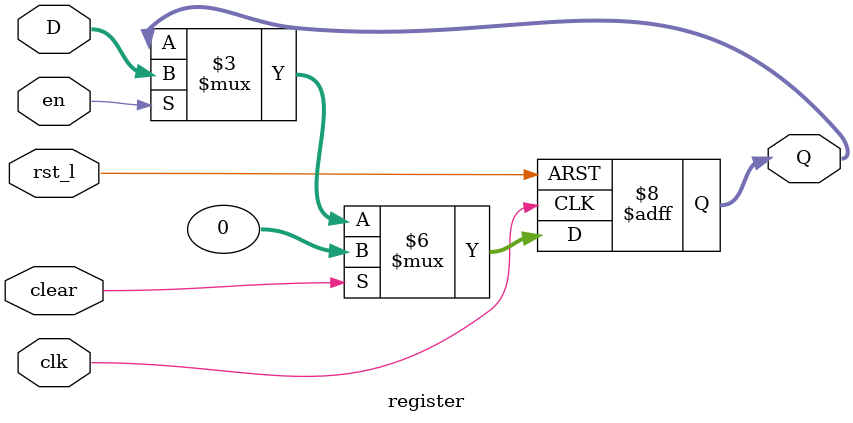
<source format=sv>
`default_nettype none

/**
 * Latches and stores values of WIDTH bits and initializes to RESET_VAL.
 *
 * This register uses an asynchronous active-low reset and a synchronous
 * active-high clear. Upon clear or reset, the value of the register becomes
 * RESET_VAL.
 *
 * Parameters:
 *  - WIDTH         The number of bits that the register holds.
 *  - RESET_VAL     The value that the register holds after a reset.
 *
 * Inputs:
 *  - clk           The clock to use for the register.
 *  - rst_l         An active-low asynchronous reset.
 *  - clear         An active-high synchronous reset.
 *  - en            Indicates whether or not to load the register.
 *  - D             The input to the register.
 *
 * Outputs:
 *  - Q             The latched output from the register.
 **/
module register
    (input  logic               clk, en, rst_l, clear,
     input  logic [31:0]   D,
     output logic [31:0]   Q);

     always_ff @(posedge clk, negedge rst_l) begin
         if (!rst_l)
             Q <= 0;
         else if (clear)
             Q <= 0;
         else if (en)
             Q <= D;
     end

endmodule:register
</source>
